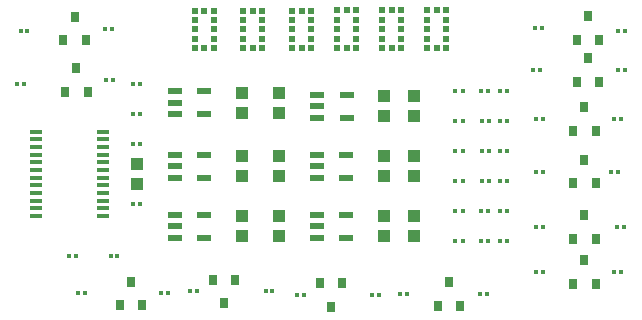
<source format=gbr>
G04 #@! TF.GenerationSoftware,KiCad,Pcbnew,5.0.2-bee76a0~70~ubuntu18.04.1*
G04 #@! TF.CreationDate,2019-01-18T08:46:58-08:00*
G04 #@! TF.ProjectId,SensorArray,53656e73-6f72-4417-9272-61792e6b6963,rev?*
G04 #@! TF.SameCoordinates,Original*
G04 #@! TF.FileFunction,Paste,Top*
G04 #@! TF.FilePolarity,Positive*
%FSLAX46Y46*%
G04 Gerber Fmt 4.6, Leading zero omitted, Abs format (unit mm)*
G04 Created by KiCad (PCBNEW 5.0.2-bee76a0~70~ubuntu18.04.1) date Fri 18 Jan 2019 08:46:58 AM PST*
%MOMM*%
%LPD*%
G01*
G04 APERTURE LIST*
%ADD10R,0.420000X0.460000*%
%ADD11R,1.000000X1.100000*%
%ADD12R,1.200000X0.600000*%
%ADD13R,0.800000X0.900000*%
%ADD14R,0.380000X0.400000*%
%ADD15R,0.330000X0.400000*%
%ADD16R,0.500000X0.500000*%
%ADD17R,1.100000X0.400000*%
G04 APERTURE END LIST*
D10*
G04 #@! TO.C,C1*
X179375000Y-80010000D03*
X178715000Y-80010000D03*
G04 #@! TD*
G04 #@! TO.C,C2*
X178715000Y-82550000D03*
X179375000Y-82550000D03*
G04 #@! TD*
G04 #@! TO.C,C3*
X178715000Y-85090000D03*
X179375000Y-85090000D03*
G04 #@! TD*
G04 #@! TO.C,C4*
X179375000Y-87630000D03*
X178715000Y-87630000D03*
G04 #@! TD*
G04 #@! TO.C,C5*
X179375000Y-90170000D03*
X178715000Y-90170000D03*
G04 #@! TD*
G04 #@! TO.C,C6*
X178715000Y-92710000D03*
X179375000Y-92710000D03*
G04 #@! TD*
D11*
G04 #@! TO.C,C7*
X151765000Y-87845000D03*
X151765000Y-86145000D03*
G04 #@! TD*
G04 #@! TO.C,C8*
X175260000Y-82130000D03*
X175260000Y-80430000D03*
G04 #@! TD*
G04 #@! TO.C,C9*
X172720000Y-80430000D03*
X172720000Y-82130000D03*
G04 #@! TD*
G04 #@! TO.C,C10*
X160655000Y-92290000D03*
X160655000Y-90590000D03*
G04 #@! TD*
G04 #@! TO.C,C11*
X163830000Y-90590000D03*
X163830000Y-92290000D03*
G04 #@! TD*
G04 #@! TO.C,C12*
X160655000Y-87210000D03*
X160655000Y-85510000D03*
G04 #@! TD*
G04 #@! TO.C,C13*
X163830000Y-85510000D03*
X163830000Y-87210000D03*
G04 #@! TD*
G04 #@! TO.C,C14*
X160655000Y-80110000D03*
X160655000Y-81810000D03*
G04 #@! TD*
G04 #@! TO.C,C15*
X163830000Y-81810000D03*
X163830000Y-80110000D03*
G04 #@! TD*
G04 #@! TO.C,C16*
X172720000Y-85510000D03*
X172720000Y-87210000D03*
G04 #@! TD*
G04 #@! TO.C,C17*
X172720000Y-90590000D03*
X172720000Y-92290000D03*
G04 #@! TD*
G04 #@! TO.C,C18*
X175260000Y-87210000D03*
X175260000Y-85510000D03*
G04 #@! TD*
G04 #@! TO.C,C19*
X175260000Y-92290000D03*
X175260000Y-90590000D03*
G04 #@! TD*
D12*
G04 #@! TO.C,IC1*
X169545000Y-80330000D03*
X169545000Y-82230000D03*
X167045000Y-82230000D03*
X167045000Y-81280000D03*
X167045000Y-80330000D03*
G04 #@! TD*
G04 #@! TO.C,IC2*
X154980000Y-90490000D03*
X154980000Y-91440000D03*
X154980000Y-92390000D03*
X157480000Y-92390000D03*
X157480000Y-90490000D03*
G04 #@! TD*
G04 #@! TO.C,IC3*
X154980000Y-85410000D03*
X154980000Y-86360000D03*
X154980000Y-87310000D03*
X157480000Y-87310000D03*
X157480000Y-85410000D03*
G04 #@! TD*
G04 #@! TO.C,IC4*
X157480000Y-80010000D03*
X157480000Y-81910000D03*
X154980000Y-81910000D03*
X154980000Y-80960000D03*
X154980000Y-80010000D03*
G04 #@! TD*
G04 #@! TO.C,IC5*
X167025000Y-85410000D03*
X167025000Y-86360000D03*
X167025000Y-87310000D03*
X169525000Y-87310000D03*
X169525000Y-85410000D03*
G04 #@! TD*
G04 #@! TO.C,IC6*
X169525000Y-90490000D03*
X169525000Y-92390000D03*
X167025000Y-92390000D03*
X167025000Y-91440000D03*
X167025000Y-90490000D03*
G04 #@! TD*
D13*
G04 #@! TO.C,Q1*
X151287000Y-96107100D03*
X152237000Y-98107100D03*
X150337000Y-98107100D03*
G04 #@! TD*
G04 #@! TO.C,Q2*
X160100000Y-95932300D03*
X158200000Y-95932300D03*
X159150000Y-97932300D03*
G04 #@! TD*
G04 #@! TO.C,Q3*
X189673000Y-85792000D03*
X190623000Y-87792000D03*
X188723000Y-87792000D03*
G04 #@! TD*
G04 #@! TO.C,Q4*
X189673000Y-81347000D03*
X190623000Y-83347000D03*
X188723000Y-83347000D03*
G04 #@! TD*
G04 #@! TO.C,Q5*
X146661000Y-78053900D03*
X147611000Y-80053900D03*
X145711000Y-80053900D03*
G04 #@! TD*
G04 #@! TO.C,Q6*
X145561000Y-75692000D03*
X147461000Y-75692000D03*
X146511000Y-73692000D03*
G04 #@! TD*
G04 #@! TO.C,Q7*
X169149000Y-96265100D03*
X167249000Y-96265100D03*
X168199000Y-98265100D03*
G04 #@! TD*
G04 #@! TO.C,Q8*
X189025000Y-79203900D03*
X190925000Y-79203900D03*
X189975000Y-77203900D03*
G04 #@! TD*
G04 #@! TO.C,Q9*
X189664000Y-94312100D03*
X190614000Y-96312100D03*
X188714000Y-96312100D03*
G04 #@! TD*
G04 #@! TO.C,Q10*
X177247000Y-98175900D03*
X179147000Y-98175900D03*
X178197000Y-96175900D03*
G04 #@! TD*
G04 #@! TO.C,Q11*
X189975000Y-73663900D03*
X190925000Y-75663900D03*
X189025000Y-75663900D03*
G04 #@! TD*
G04 #@! TO.C,Q12*
X188714000Y-92502100D03*
X190614000Y-92502100D03*
X189664000Y-90502100D03*
G04 #@! TD*
D14*
G04 #@! TO.C,R1*
X181520000Y-80010000D03*
D15*
X180935000Y-80010000D03*
G04 #@! TD*
G04 #@! TO.C,R2*
X182550000Y-80010000D03*
D14*
X183135000Y-80010000D03*
G04 #@! TD*
G04 #@! TO.C,R3*
X183135000Y-82550000D03*
D15*
X182550000Y-82550000D03*
G04 #@! TD*
G04 #@! TO.C,R4*
X180985000Y-82550000D03*
D14*
X181570000Y-82550000D03*
G04 #@! TD*
G04 #@! TO.C,R5*
X183135000Y-85090000D03*
D15*
X182550000Y-85090000D03*
G04 #@! TD*
G04 #@! TO.C,R6*
X182550000Y-87630000D03*
D14*
X183135000Y-87630000D03*
G04 #@! TD*
G04 #@! TO.C,R7*
X181595000Y-87630000D03*
D15*
X181010000Y-87630000D03*
G04 #@! TD*
G04 #@! TO.C,R8*
X182550000Y-90170000D03*
D14*
X183135000Y-90170000D03*
G04 #@! TD*
G04 #@! TO.C,R9*
X181535000Y-90170000D03*
D15*
X180950000Y-90170000D03*
G04 #@! TD*
D14*
G04 #@! TO.C,R10*
X183135000Y-92710000D03*
D15*
X182550000Y-92710000D03*
G04 #@! TD*
D14*
G04 #@! TO.C,R11*
X181540000Y-92710000D03*
D15*
X180955000Y-92710000D03*
G04 #@! TD*
G04 #@! TO.C,R12*
X151460000Y-84455000D03*
D14*
X152045000Y-84455000D03*
G04 #@! TD*
D15*
G04 #@! TO.C,R13*
X151460000Y-79375000D03*
D14*
X152045000Y-79375000D03*
G04 #@! TD*
D15*
G04 #@! TO.C,R14*
X151460000Y-81915000D03*
D14*
X152045000Y-81915000D03*
G04 #@! TD*
D15*
G04 #@! TO.C,R15*
X181005000Y-85090000D03*
D14*
X181590000Y-85090000D03*
G04 #@! TD*
D15*
G04 #@! TO.C,R16*
X146832000Y-97107100D03*
D14*
X147417000Y-97107100D03*
G04 #@! TD*
G04 #@! TO.C,R17*
X162680000Y-96932300D03*
D15*
X163265000Y-96932300D03*
G04 #@! TD*
D14*
G04 #@! TO.C,R18*
X152045000Y-89535000D03*
D15*
X151460000Y-89535000D03*
G04 #@! TD*
D14*
G04 #@! TO.C,R19*
X146635000Y-93980000D03*
D15*
X146050000Y-93980000D03*
G04 #@! TD*
G04 #@! TO.C,R20*
X149555000Y-93980000D03*
D14*
X150140000Y-93980000D03*
G04 #@! TD*
D15*
G04 #@! TO.C,R21*
X153842000Y-97107100D03*
D14*
X154427000Y-97107100D03*
G04 #@! TD*
G04 #@! TO.C,R22*
X156310000Y-96932300D03*
D15*
X156895000Y-96932300D03*
G04 #@! TD*
D14*
G04 #@! TO.C,R23*
X186143000Y-86792000D03*
D15*
X185558000Y-86792000D03*
G04 #@! TD*
G04 #@! TO.C,R24*
X185558000Y-82347000D03*
D14*
X186143000Y-82347000D03*
G04 #@! TD*
G04 #@! TO.C,R25*
X192493000Y-86792000D03*
D15*
X191908000Y-86792000D03*
G04 #@! TD*
D14*
G04 #@! TO.C,R26*
X192798000Y-82347000D03*
D15*
X192213000Y-82347000D03*
G04 #@! TD*
G04 #@! TO.C,R27*
X141655000Y-79375000D03*
D14*
X142240000Y-79375000D03*
G04 #@! TD*
D15*
G04 #@! TO.C,R28*
X141935000Y-74930000D03*
D14*
X142520000Y-74930000D03*
G04 #@! TD*
G04 #@! TO.C,R29*
X149786000Y-79053900D03*
D15*
X149201000Y-79053900D03*
G04 #@! TD*
G04 #@! TO.C,R30*
X149051000Y-74692000D03*
D14*
X149636000Y-74692000D03*
G04 #@! TD*
G04 #@! TO.C,R31*
X171729000Y-97265100D03*
D15*
X172314000Y-97265100D03*
G04 #@! TD*
D14*
G04 #@! TO.C,R32*
X185940000Y-78203900D03*
D15*
X185355000Y-78203900D03*
G04 #@! TD*
D14*
G04 #@! TO.C,R33*
X186134000Y-95312100D03*
D15*
X185549000Y-95312100D03*
G04 #@! TD*
G04 #@! TO.C,R34*
X174082000Y-97175900D03*
D14*
X174667000Y-97175900D03*
G04 #@! TD*
D15*
G04 #@! TO.C,R35*
X185470000Y-74663900D03*
D14*
X186055000Y-74663900D03*
G04 #@! TD*
D15*
G04 #@! TO.C,R36*
X185549000Y-91502100D03*
D14*
X186134000Y-91502100D03*
G04 #@! TD*
D15*
G04 #@! TO.C,R37*
X165896000Y-97265100D03*
D14*
X165311000Y-97265100D03*
G04 #@! TD*
G04 #@! TO.C,R38*
X193115000Y-78203900D03*
D15*
X192530000Y-78203900D03*
G04 #@! TD*
D14*
G04 #@! TO.C,R39*
X192789000Y-95312100D03*
D15*
X192204000Y-95312100D03*
G04 #@! TD*
D14*
G04 #@! TO.C,R40*
X181410000Y-97155000D03*
D15*
X180825000Y-97155000D03*
G04 #@! TD*
G04 #@! TO.C,R41*
X192505000Y-74930000D03*
D14*
X193090000Y-74930000D03*
G04 #@! TD*
D15*
G04 #@! TO.C,R42*
X192409000Y-91502100D03*
D14*
X192994000Y-91502100D03*
G04 #@! TD*
D16*
G04 #@! TO.C,U1*
X165735000Y-73163000D03*
X164935000Y-73163000D03*
X164935000Y-73963000D03*
X164935000Y-74763000D03*
X164935000Y-75563000D03*
X164935000Y-76363000D03*
X165735000Y-76363000D03*
X166535000Y-76363000D03*
X166535000Y-75563000D03*
X166535000Y-74763000D03*
X166535000Y-73963000D03*
X166535000Y-73163000D03*
G04 #@! TD*
D17*
G04 #@! TO.C,U2*
X143200000Y-83420000D03*
X143200000Y-84070000D03*
X143200000Y-84720000D03*
X143200000Y-85370000D03*
X143200000Y-86020000D03*
X143200000Y-86670000D03*
X143200000Y-87320000D03*
X143200000Y-87970000D03*
X143200000Y-88620000D03*
X143200000Y-89270000D03*
X143200000Y-89920000D03*
X143200000Y-90570000D03*
X148900000Y-90570000D03*
X148900000Y-89920000D03*
X148900000Y-89270000D03*
X148900000Y-88620000D03*
X148900000Y-87970000D03*
X148900000Y-87320000D03*
X148900000Y-86670000D03*
X148900000Y-86020000D03*
X148900000Y-85370000D03*
X148900000Y-84720000D03*
X148900000Y-84070000D03*
X148900000Y-83420000D03*
G04 #@! TD*
D16*
G04 #@! TO.C,U3*
X177965000Y-73153000D03*
X177965000Y-73953000D03*
X177965000Y-74753000D03*
X177965000Y-75553000D03*
X177965000Y-76353000D03*
X177165000Y-76353000D03*
X176365000Y-76353000D03*
X176365000Y-75553000D03*
X176365000Y-74753000D03*
X176365000Y-73953000D03*
X176365000Y-73153000D03*
X177165000Y-73153000D03*
G04 #@! TD*
G04 #@! TO.C,U4*
X161610000Y-73163000D03*
X160810000Y-73163000D03*
X160810000Y-73963000D03*
X160810000Y-74763000D03*
X160810000Y-75563000D03*
X160810000Y-76363000D03*
X161610000Y-76363000D03*
X162410000Y-76363000D03*
X162410000Y-75563000D03*
X162410000Y-74763000D03*
X162410000Y-73963000D03*
X162410000Y-73163000D03*
G04 #@! TD*
G04 #@! TO.C,U5*
X173355000Y-73153000D03*
X172555000Y-73153000D03*
X172555000Y-73953000D03*
X172555000Y-74753000D03*
X172555000Y-75553000D03*
X172555000Y-76353000D03*
X173355000Y-76353000D03*
X174155000Y-76353000D03*
X174155000Y-75553000D03*
X174155000Y-74753000D03*
X174155000Y-73953000D03*
X174155000Y-73153000D03*
G04 #@! TD*
G04 #@! TO.C,U6*
X158280000Y-73163000D03*
X158280000Y-73963000D03*
X158280000Y-74763000D03*
X158280000Y-75563000D03*
X158280000Y-76363000D03*
X157480000Y-76363000D03*
X156680000Y-76363000D03*
X156680000Y-75563000D03*
X156680000Y-74763000D03*
X156680000Y-73963000D03*
X156680000Y-73163000D03*
X157480000Y-73163000D03*
G04 #@! TD*
G04 #@! TO.C,U7*
X170345000Y-73153000D03*
X170345000Y-73953000D03*
X170345000Y-74753000D03*
X170345000Y-75553000D03*
X170345000Y-76353000D03*
X169545000Y-76353000D03*
X168745000Y-76353000D03*
X168745000Y-75553000D03*
X168745000Y-74753000D03*
X168745000Y-73953000D03*
X168745000Y-73153000D03*
X169545000Y-73153000D03*
G04 #@! TD*
M02*

</source>
